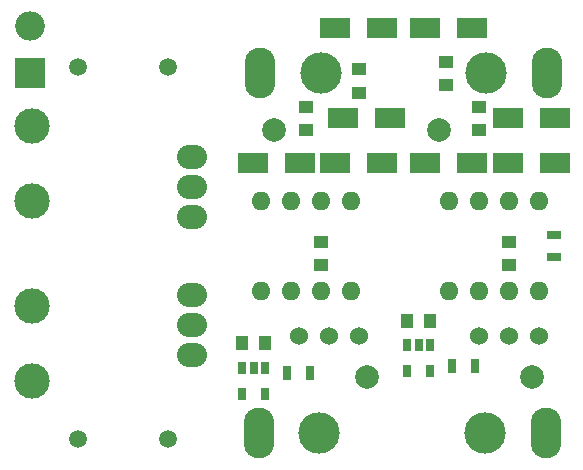
<source format=gbr>
G04 #@! TF.FileFunction,Soldermask,Bot*
%FSLAX46Y46*%
G04 Gerber Fmt 4.6, Leading zero omitted, Abs format (unit mm)*
G04 Created by KiCad (PCBNEW 0.201505300414+5690~23~ubuntu14.04.1-product) date Sat 20 Jun 2015 09:37:00 PM PDT*
%MOMM*%
G01*
G04 APERTURE LIST*
%ADD10C,0.100000*%
%ADD11O,1.600000X1.600000*%
%ADD12R,1.250000X1.000000*%
%ADD13R,1.000000X1.250000*%
%ADD14R,0.700000X1.300000*%
%ADD15C,1.524000*%
%ADD16R,1.300000X0.700000*%
%ADD17R,0.650000X1.060000*%
%ADD18O,2.540000X2.032000*%
%ADD19R,2.500000X2.500000*%
%ADD20O,2.500000X2.500000*%
%ADD21R,2.499360X1.800860*%
%ADD22C,1.501140*%
%ADD23C,3.000000*%
%ADD24C,2.000000*%
%ADD25C,3.500000*%
%ADD26O,2.600000X4.300000*%
G04 APERTURE END LIST*
D10*
D11*
X97790000Y-74295000D03*
X95250000Y-74295000D03*
X92710000Y-74295000D03*
X90170000Y-74295000D03*
X90170000Y-81915000D03*
X92710000Y-81915000D03*
X95250000Y-81915000D03*
X97790000Y-81915000D03*
D12*
X98425000Y-65135000D03*
X98425000Y-63135000D03*
X93980000Y-68310000D03*
X93980000Y-66310000D03*
D13*
X90535000Y-86360000D03*
X88535000Y-86360000D03*
D12*
X95250000Y-77740000D03*
X95250000Y-79740000D03*
D14*
X94295000Y-88900000D03*
X92395000Y-88900000D03*
D15*
X95885000Y-85725000D03*
X98425000Y-85725000D03*
X93345000Y-85725000D03*
D11*
X113665000Y-74295000D03*
X111125000Y-74295000D03*
X108585000Y-74295000D03*
X106045000Y-74295000D03*
X106045000Y-81915000D03*
X108585000Y-81915000D03*
X111125000Y-81915000D03*
X113665000Y-81915000D03*
D12*
X105791000Y-64500000D03*
X105791000Y-62500000D03*
X108585000Y-68310000D03*
X108585000Y-66310000D03*
D13*
X104505000Y-84455000D03*
X102505000Y-84455000D03*
D12*
X111125000Y-77740000D03*
X111125000Y-79740000D03*
D16*
X114935000Y-79055000D03*
X114935000Y-77155000D03*
D14*
X108265000Y-88265000D03*
X106365000Y-88265000D03*
D15*
X111125000Y-85725000D03*
X113665000Y-85725000D03*
X108585000Y-85725000D03*
D17*
X88585000Y-88435000D03*
X89535000Y-88435000D03*
X90485000Y-88435000D03*
X90485000Y-90635000D03*
X88585000Y-90635000D03*
D18*
X84328000Y-73152000D03*
X84328000Y-75692000D03*
X84328000Y-70612000D03*
X84328000Y-84836000D03*
X84328000Y-87376000D03*
X84328000Y-82296000D03*
D17*
X102555000Y-86530000D03*
X103505000Y-86530000D03*
X104455000Y-86530000D03*
X104455000Y-88730000D03*
X102555000Y-88730000D03*
D19*
X70612000Y-63500000D03*
D20*
X70612000Y-59500000D03*
D21*
X89441020Y-71120000D03*
X93438980Y-71120000D03*
X96426020Y-71120000D03*
X100423980Y-71120000D03*
X101058980Y-67310000D03*
X97061020Y-67310000D03*
X96426020Y-59690000D03*
X100423980Y-59690000D03*
X115028980Y-67310000D03*
X111031020Y-67310000D03*
X108043980Y-59690000D03*
X104046020Y-59690000D03*
X115028980Y-71120000D03*
X111031020Y-71120000D03*
X108043980Y-71120000D03*
X104046020Y-71120000D03*
D22*
X82296000Y-62992000D03*
X74676000Y-62992000D03*
X82296000Y-94488000D03*
X74676000Y-94488000D03*
D23*
X70738000Y-89535000D03*
X70738000Y-67945000D03*
X70738000Y-83185000D03*
X70738000Y-74295000D03*
D24*
X99108000Y-89230000D03*
D25*
X95108000Y-93980000D03*
D26*
X89958000Y-93980000D03*
D25*
X109108000Y-93980000D03*
D26*
X114258000Y-93980000D03*
D24*
X113108000Y-89230000D03*
X105235000Y-68250000D03*
D25*
X109235000Y-63500000D03*
D26*
X114385000Y-63500000D03*
D25*
X95235000Y-63500000D03*
D26*
X90085000Y-63500000D03*
D24*
X91235000Y-68250000D03*
M02*

</source>
